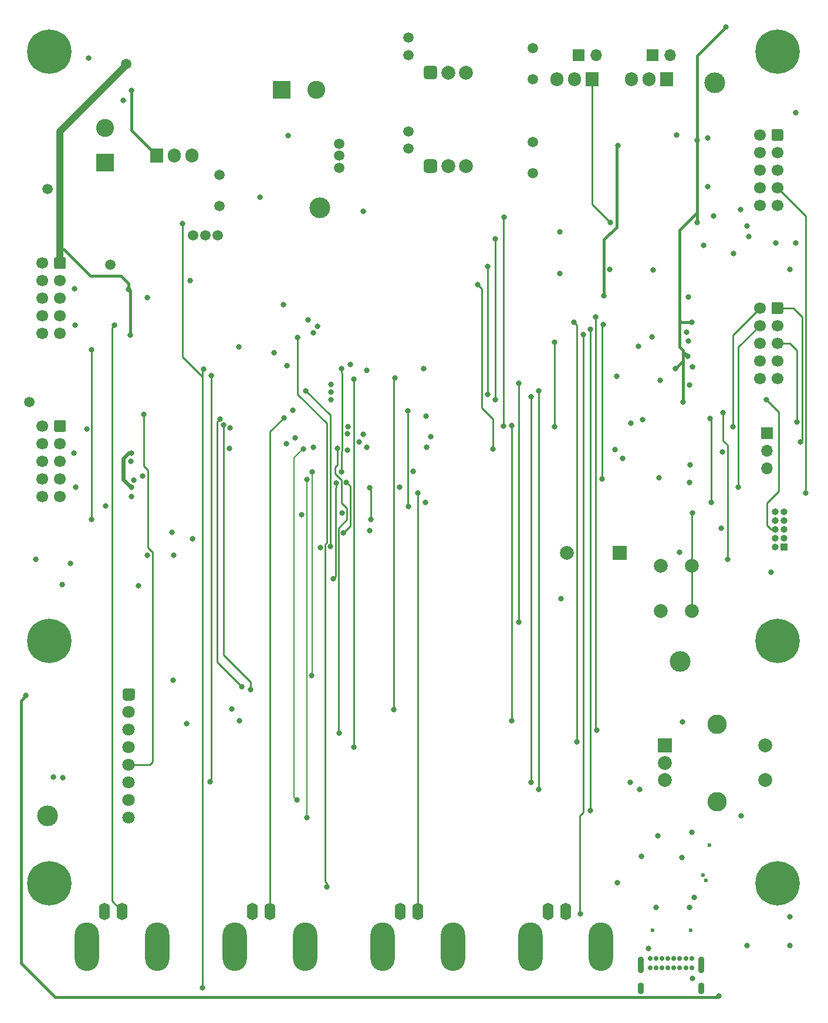
<source format=gbr>
%TF.GenerationSoftware,KiCad,Pcbnew,(5.1.10)-1*%
%TF.CreationDate,2021-12-22T14:35:30+01:00*%
%TF.ProjectId,vca_main_board,7663615f-6d61-4696-9e5f-626f6172642e,rev?*%
%TF.SameCoordinates,Original*%
%TF.FileFunction,Copper,L3,Inr*%
%TF.FilePolarity,Positive*%
%FSLAX46Y46*%
G04 Gerber Fmt 4.6, Leading zero omitted, Abs format (unit mm)*
G04 Created by KiCad (PCBNEW (5.1.10)-1) date 2021-12-22 14:35:30*
%MOMM*%
%LPD*%
G01*
G04 APERTURE LIST*
%TA.AperFunction,ComponentPad*%
%ADD10C,1.700000*%
%TD*%
%TA.AperFunction,ComponentPad*%
%ADD11O,1.600000X2.500000*%
%TD*%
%TA.AperFunction,ComponentPad*%
%ADD12O,3.500000X7.000000*%
%TD*%
%TA.AperFunction,ComponentPad*%
%ADD13O,1.700000X1.700000*%
%TD*%
%TA.AperFunction,ComponentPad*%
%ADD14R,1.700000X1.700000*%
%TD*%
%TA.AperFunction,ComponentPad*%
%ADD15O,0.900000X1.700000*%
%TD*%
%TA.AperFunction,ComponentPad*%
%ADD16O,0.900000X2.400000*%
%TD*%
%TA.AperFunction,ComponentPad*%
%ADD17C,0.700000*%
%TD*%
%TA.AperFunction,ComponentPad*%
%ADD18C,0.800000*%
%TD*%
%TA.AperFunction,ComponentPad*%
%ADD19C,6.400000*%
%TD*%
%TA.AperFunction,ComponentPad*%
%ADD20C,3.000000*%
%TD*%
%TA.AperFunction,ComponentPad*%
%ADD21O,1.905000X2.000000*%
%TD*%
%TA.AperFunction,ComponentPad*%
%ADD22R,1.905000X2.000000*%
%TD*%
%TA.AperFunction,ComponentPad*%
%ADD23C,2.000000*%
%TD*%
%TA.AperFunction,ComponentPad*%
%ADD24R,2.000000X2.000000*%
%TD*%
%TA.AperFunction,ComponentPad*%
%ADD25C,1.800000*%
%TD*%
%TA.AperFunction,ComponentPad*%
%ADD26C,2.800000*%
%TD*%
%TA.AperFunction,ComponentPad*%
%ADD27R,1.000000X1.000000*%
%TD*%
%TA.AperFunction,ComponentPad*%
%ADD28O,1.000000X1.000000*%
%TD*%
%TA.AperFunction,ComponentPad*%
%ADD29C,2.600000*%
%TD*%
%TA.AperFunction,ComponentPad*%
%ADD30R,2.600000X2.600000*%
%TD*%
%TA.AperFunction,ViaPad*%
%ADD31C,0.800000*%
%TD*%
%TA.AperFunction,ViaPad*%
%ADD32C,1.500000*%
%TD*%
%TA.AperFunction,ViaPad*%
%ADD33C,0.600000*%
%TD*%
%TA.AperFunction,Conductor*%
%ADD34C,0.400000*%
%TD*%
%TA.AperFunction,Conductor*%
%ADD35C,1.000000*%
%TD*%
%TA.AperFunction,Conductor*%
%ADD36C,0.600000*%
%TD*%
%TA.AperFunction,Conductor*%
%ADD37C,0.250000*%
%TD*%
%TA.AperFunction,Conductor*%
%ADD38C,0.200000*%
%TD*%
G04 APERTURE END LIST*
D10*
%TO.N,/EXTB_7*%
%TO.C,J12*%
X33960000Y-114160000D03*
%TO.N,/EXTB_5*%
X33960000Y-111620000D03*
%TO.N,/EXTB_3*%
X33960000Y-109080000D03*
%TO.N,/EXTB_1*%
X33960000Y-106540000D03*
%TO.N,GND*%
X33960000Y-104000000D03*
%TO.N,/EXTB_6*%
X36500000Y-114160000D03*
%TO.N,/EXTB_4*%
X36500000Y-111620000D03*
%TO.N,/EXTB_2*%
X36500000Y-109080000D03*
%TO.N,/EXTB_0*%
X36500000Y-106540000D03*
%TO.N,+5V*%
%TA.AperFunction,ComponentPad*%
G36*
G01*
X37350000Y-103400000D02*
X37350000Y-104600000D01*
G75*
G02*
X37100000Y-104850000I-250000J0D01*
G01*
X35900000Y-104850000D01*
G75*
G02*
X35650000Y-104600000I0J250000D01*
G01*
X35650000Y-103400000D01*
G75*
G02*
X35900000Y-103150000I250000J0D01*
G01*
X37100000Y-103150000D01*
G75*
G02*
X37350000Y-103400000I0J-250000D01*
G01*
G37*
%TD.AperFunction*%
%TD*%
D11*
%TO.N,GND*%
%TO.C,J15*%
X42960000Y-174000000D03*
%TO.N,/GPIO_B*%
X45500000Y-174000000D03*
D12*
%TO.N,GND*%
X50580000Y-179080000D03*
X40420000Y-179080000D03*
%TD*%
D11*
%TO.N,GND*%
%TO.C,J14*%
X64293333Y-174000000D03*
%TO.N,/GPIO_A*%
X66833333Y-174000000D03*
D12*
%TO.N,GND*%
X71913333Y-179080000D03*
X61753333Y-179080000D03*
%TD*%
D11*
%TO.N,GND*%
%TO.C,J13*%
X85626666Y-174000000D03*
%TO.N,/Mirror_Enc_B*%
X88166666Y-174000000D03*
D12*
%TO.N,GND*%
X93246666Y-179080000D03*
X83086666Y-179080000D03*
%TD*%
D11*
%TO.N,GND*%
%TO.C,J7*%
X106960000Y-174000000D03*
%TO.N,/Mirror_Enc_A*%
X109500000Y-174000000D03*
D12*
%TO.N,GND*%
X114580000Y-179080000D03*
X104420000Y-179080000D03*
%TD*%
D13*
%TO.N,GND*%
%TO.C,J4*%
X138500000Y-110080000D03*
%TO.N,Net-(J4-Pad2)*%
X138500000Y-107540000D03*
D14*
%TO.N,Net-(J4-Pad1)*%
X138500000Y-105000000D03*
%TD*%
D15*
%TO.N,GND*%
%TO.C,J5*%
X128990000Y-185146000D03*
X120340000Y-185146000D03*
D16*
X128990000Y-181766000D03*
X120340000Y-181766000D03*
D17*
%TO.N,/MCU/peripherals/DP*%
X125090000Y-182136000D03*
%TO.N,GND*%
X127640000Y-182136000D03*
%TO.N,VBUS*%
X126790000Y-182136000D03*
%TO.N,Net-(J5-PadB5)*%
X125940000Y-182136000D03*
%TO.N,GND*%
X121690000Y-182136000D03*
%TO.N,N/C*%
X123390000Y-182136000D03*
%TO.N,/MCU/peripherals/DM*%
X124240000Y-182136000D03*
%TO.N,VBUS*%
X122540000Y-182136000D03*
%TO.N,GND*%
X127640000Y-180786000D03*
%TO.N,VBUS*%
X126790000Y-180786000D03*
%TO.N,N/C*%
X125940000Y-180786000D03*
%TO.N,/MCU/peripherals/DM*%
X125090000Y-180786000D03*
%TO.N,/MCU/peripherals/DP*%
X124240000Y-180786000D03*
%TO.N,Net-(J5-PadA5)*%
X123390000Y-180786000D03*
%TO.N,VBUS*%
X122540000Y-180786000D03*
%TO.N,GND*%
X121690000Y-180786000D03*
%TD*%
D18*
%TO.N,N/C*%
%TO.C,H6*%
X36697056Y-48302944D03*
X35000000Y-47600000D03*
X33302944Y-48302944D03*
X32600000Y-50000000D03*
X33302944Y-51697056D03*
X35000000Y-52400000D03*
X36697056Y-51697056D03*
X37400000Y-50000000D03*
D19*
X35000000Y-50000000D03*
%TD*%
D18*
%TO.N,N/C*%
%TO.C,H5*%
X141697056Y-48302944D03*
X140000000Y-47600000D03*
X138302944Y-48302944D03*
X137600000Y-50000000D03*
X138302944Y-51697056D03*
X140000000Y-52400000D03*
X141697056Y-51697056D03*
X142400000Y-50000000D03*
D19*
X140000000Y-50000000D03*
%TD*%
D20*
%TO.N,GND*%
%TO.C,TP4*%
X126000000Y-138000000D03*
%TD*%
%TO.N,GND*%
%TO.C,TP3*%
X34750000Y-160250000D03*
%TD*%
%TO.N,GND*%
%TO.C,TP2*%
X74000000Y-72500000D03*
%TD*%
%TO.N,GND*%
%TO.C,TP1*%
X131000000Y-54500000D03*
%TD*%
D21*
%TO.N,GND*%
%TO.C,Q6*%
X118920000Y-54000000D03*
%TO.N,Net-(J11-Pad1)*%
X121460000Y-54000000D03*
D22*
%TO.N,Net-(Q6-Pad1)*%
X124000000Y-54000000D03*
%TD*%
D21*
%TO.N,GND*%
%TO.C,Q4*%
X108220000Y-54000000D03*
%TO.N,Net-(J9-Pad1)*%
X110760000Y-54000000D03*
D22*
%TO.N,Net-(Q4-Pad1)*%
X113300000Y-54000000D03*
%TD*%
D13*
%TO.N,+12V*%
%TO.C,J11*%
X124540000Y-50500000D03*
D14*
%TO.N,Net-(J11-Pad1)*%
X122000000Y-50500000D03*
%TD*%
D10*
%TO.N,/EXTA_7*%
%TO.C,J10*%
X33960000Y-90660000D03*
%TO.N,/EXTA_5*%
X33960000Y-88120000D03*
%TO.N,/EXTA_3*%
X33960000Y-85580000D03*
%TO.N,/EXTA_1*%
X33960000Y-83040000D03*
%TO.N,GND*%
X33960000Y-80500000D03*
%TO.N,/EXTA_6*%
X36500000Y-90660000D03*
%TO.N,/EXTA_4*%
X36500000Y-88120000D03*
%TO.N,/EXTA_2*%
X36500000Y-85580000D03*
%TO.N,/EXTA_0*%
X36500000Y-83040000D03*
%TO.N,+5V*%
%TA.AperFunction,ComponentPad*%
G36*
G01*
X37350000Y-79900000D02*
X37350000Y-81100000D01*
G75*
G02*
X37100000Y-81350000I-250000J0D01*
G01*
X35900000Y-81350000D01*
G75*
G02*
X35650000Y-81100000I0J250000D01*
G01*
X35650000Y-79900000D01*
G75*
G02*
X35900000Y-79650000I250000J0D01*
G01*
X37100000Y-79650000D01*
G75*
G02*
X37350000Y-79900000I0J-250000D01*
G01*
G37*
%TD.AperFunction*%
%TD*%
D13*
%TO.N,+12V*%
%TO.C,J9*%
X113840000Y-50500000D03*
D14*
%TO.N,Net-(J9-Pad1)*%
X111300000Y-50500000D03*
%TD*%
D23*
%TO.N,Net-(BZ1-Pad2)*%
%TO.C,BZ1*%
X109650000Y-122290000D03*
D24*
%TO.N,+3V3*%
X117250000Y-122290000D03*
%TD*%
D25*
%TO.N,/MCU/LCD_BL*%
%TO.C,U10*%
X46436000Y-160496000D03*
%TO.N,/MCU/LCD_RST*%
X46436000Y-157956000D03*
%TO.N,/MCU/LCD_DC*%
X46436000Y-155416000D03*
%TO.N,/MCU/LCD_CS*%
X46436000Y-152876000D03*
%TO.N,/MCU/LCD_CLK*%
X46436000Y-150336000D03*
%TO.N,/MCU/LCD_DIN*%
X46436000Y-147796000D03*
%TO.N,GND*%
X46436000Y-145256000D03*
%TO.N,+3V3*%
%TA.AperFunction,ComponentPad*%
G36*
G01*
X45536000Y-143166000D02*
X45536000Y-142266000D01*
G75*
G02*
X45986000Y-141816000I450000J0D01*
G01*
X46886000Y-141816000D01*
G75*
G02*
X47336000Y-142266000I0J-450000D01*
G01*
X47336000Y-143166000D01*
G75*
G02*
X46886000Y-143616000I-450000J0D01*
G01*
X45986000Y-143616000D01*
G75*
G02*
X45536000Y-143166000I0J450000D01*
G01*
G37*
%TD.AperFunction*%
%TD*%
D24*
%TO.N,/MCU/Knob_A*%
%TO.C,SW2*%
X123786000Y-150098000D03*
D23*
%TO.N,GND*%
X123786000Y-152598000D03*
%TO.N,/MCU/Knob_B*%
X123786000Y-155098000D03*
D26*
%TO.N,N/C*%
X131286000Y-146998000D03*
X131286000Y-158198000D03*
D23*
%TO.N,/MCU/Knob_S*%
X138286000Y-150098000D03*
%TO.N,GND*%
X138286000Y-155098000D03*
%TD*%
%TO.N,Net-(R41-Pad1)*%
%TO.C,SW1*%
X123214000Y-124196000D03*
%TO.N,/MCU/NRST*%
X127714000Y-124196000D03*
%TO.N,Net-(R41-Pad1)*%
X123214000Y-130696000D03*
%TO.N,/MCU/NRST*%
X127714000Y-130696000D03*
%TD*%
D21*
%TO.N,GND*%
%TO.C,Q1*%
X55580000Y-65000000D03*
%TO.N,Net-(J2-Pad2)*%
X53040000Y-65000000D03*
D22*
%TO.N,Net-(D2-Pad2)*%
X50500000Y-65000000D03*
%TD*%
D10*
%TO.N,/Device connenction/THERMISTOR_2*%
%TO.C,J8*%
X137460000Y-72160000D03*
%TO.N,/Device connenction/THERMISTOR_1*%
X137460000Y-69620000D03*
%TO.N,/Coil_Fans*%
X137460000Y-67080000D03*
%TO.N,+12V*%
X137460000Y-64540000D03*
%TO.N,+5V*%
X137460000Y-62000000D03*
%TO.N,/Mirror_Enc_Z*%
X140000000Y-72160000D03*
%TO.N,/Mirror_Enc_B*%
X140000000Y-69620000D03*
%TO.N,/Mirror_Enc_A*%
X140000000Y-67080000D03*
%TO.N,GND*%
X140000000Y-64540000D03*
%TO.N,+3V3*%
%TA.AperFunction,ComponentPad*%
G36*
G01*
X140850000Y-61400000D02*
X140850000Y-62600000D01*
G75*
G02*
X140600000Y-62850000I-250000J0D01*
G01*
X139400000Y-62850000D01*
G75*
G02*
X139150000Y-62600000I0J250000D01*
G01*
X139150000Y-61400000D01*
G75*
G02*
X139400000Y-61150000I250000J0D01*
G01*
X140600000Y-61150000D01*
G75*
G02*
X140850000Y-61400000I0J-250000D01*
G01*
G37*
%TD.AperFunction*%
%TD*%
%TO.N,/H_Voltage*%
%TO.C,J6*%
X137460000Y-97160000D03*
%TO.N,/H_Current*%
X137460000Y-94620000D03*
%TO.N,/H_Sum*%
X137460000Y-92080000D03*
%TO.N,/H_Ref_High*%
X137460000Y-89540000D03*
%TO.N,/H_Load_Volt*%
X137460000Y-87000000D03*
%TO.N,/H_Thermistor*%
X140000000Y-97160000D03*
%TO.N,/H bridge connection/REF_IN*%
X140000000Y-94620000D03*
%TO.N,/H_Offset*%
X140000000Y-92080000D03*
%TO.N,GND*%
X140000000Y-89540000D03*
%TO.N,/H_Excitation*%
%TA.AperFunction,ComponentPad*%
G36*
G01*
X140850000Y-86400000D02*
X140850000Y-87600000D01*
G75*
G02*
X140600000Y-87850000I-250000J0D01*
G01*
X139400000Y-87850000D01*
G75*
G02*
X139150000Y-87600000I0J250000D01*
G01*
X139150000Y-86400000D01*
G75*
G02*
X139400000Y-86150000I250000J0D01*
G01*
X140600000Y-86150000D01*
G75*
G02*
X140850000Y-86400000I0J-250000D01*
G01*
G37*
%TD.AperFunction*%
%TD*%
D27*
%TO.N,+3V3*%
%TO.C,J3*%
X141002000Y-121476000D03*
D28*
%TO.N,/MCU/SWDIO*%
X139732000Y-121476000D03*
%TO.N,GND*%
X141002000Y-120206000D03*
%TO.N,/MCU/SWDCLK*%
X139732000Y-120206000D03*
%TO.N,GND*%
X141002000Y-118936000D03*
%TO.N,/MCU/SWO*%
X139732000Y-118936000D03*
%TO.N,N/C*%
X141002000Y-117666000D03*
X139732000Y-117666000D03*
%TO.N,GND*%
X141002000Y-116396000D03*
%TO.N,/MCU/NRST*%
X139732000Y-116396000D03*
%TD*%
D29*
%TO.N,GND*%
%TO.C,J1*%
X73500000Y-55500000D03*
D30*
%TO.N,Net-(F1-Pad2)*%
X68500000Y-55500000D03*
%TD*%
D18*
%TO.N,N/C*%
%TO.C,H4*%
X36697056Y-133302944D03*
X35000000Y-132600000D03*
X33302944Y-133302944D03*
X32600000Y-135000000D03*
X33302944Y-136697056D03*
X35000000Y-137400000D03*
X36697056Y-136697056D03*
X37400000Y-135000000D03*
D19*
X35000000Y-135000000D03*
%TD*%
D18*
%TO.N,N/C*%
%TO.C,H3*%
X141697056Y-133302944D03*
X140000000Y-132600000D03*
X138302944Y-133302944D03*
X137600000Y-135000000D03*
X138302944Y-136697056D03*
X140000000Y-137400000D03*
X141697056Y-136697056D03*
X142400000Y-135000000D03*
D19*
X140000000Y-135000000D03*
%TD*%
D18*
%TO.N,N/C*%
%TO.C,H2*%
X36697056Y-168302944D03*
X35000000Y-167600000D03*
X33302944Y-168302944D03*
X32600000Y-170000000D03*
X33302944Y-171697056D03*
X35000000Y-172400000D03*
X36697056Y-171697056D03*
X37400000Y-170000000D03*
D19*
X35000000Y-170000000D03*
%TD*%
D18*
%TO.N,N/C*%
%TO.C,H1*%
X141697056Y-168302944D03*
X140000000Y-167600000D03*
X138302944Y-168302944D03*
X137600000Y-170000000D03*
X138302944Y-171697056D03*
X140000000Y-172400000D03*
X141697056Y-171697056D03*
X142400000Y-170000000D03*
D19*
X140000000Y-170000000D03*
%TD*%
D23*
%TO.N,GND*%
%TO.C,U2*%
X92500000Y-53000000D03*
%TO.N,Net-(C12-Pad1)*%
%TA.AperFunction,ComponentPad*%
G36*
G01*
X88960000Y-53500000D02*
X88960000Y-52500000D01*
G75*
G02*
X89460000Y-52000000I500000J0D01*
G01*
X90460000Y-52000000D01*
G75*
G02*
X90960000Y-52500000I0J-500000D01*
G01*
X90960000Y-53500000D01*
G75*
G02*
X90460000Y-54000000I-500000J0D01*
G01*
X89460000Y-54000000D01*
G75*
G02*
X88960000Y-53500000I0J500000D01*
G01*
G37*
%TD.AperFunction*%
%TO.N,+5V*%
X95040000Y-53000000D03*
%TD*%
%TO.N,GND*%
%TO.C,U1*%
X92500000Y-66500000D03*
%TO.N,Net-(C11-Pad1)*%
%TA.AperFunction,ComponentPad*%
G36*
G01*
X88960000Y-67000000D02*
X88960000Y-66000000D01*
G75*
G02*
X89460000Y-65500000I500000J0D01*
G01*
X90460000Y-65500000D01*
G75*
G02*
X90960000Y-66000000I0J-500000D01*
G01*
X90960000Y-67000000D01*
G75*
G02*
X90460000Y-67500000I-500000J0D01*
G01*
X89460000Y-67500000D01*
G75*
G02*
X88960000Y-67000000I0J500000D01*
G01*
G37*
%TD.AperFunction*%
%TO.N,+3V3*%
X95040000Y-66500000D03*
%TD*%
D29*
%TO.N,Net-(J2-Pad2)*%
%TO.C,J2*%
X43000000Y-61000000D03*
D30*
%TO.N,Net-(F2-Pad2)*%
X43000000Y-66000000D03*
%TD*%
D31*
%TO.N,*%
X126200000Y-166200000D03*
D32*
%TO.N,GND*%
X57500000Y-76500000D03*
X55750000Y-76500000D03*
X59250000Y-76500000D03*
X59500000Y-67750000D03*
X59500000Y-72250000D03*
X76750000Y-65000000D03*
X76750000Y-63250000D03*
X76750000Y-66750000D03*
X86750000Y-61500000D03*
X86750000Y-64000000D03*
X86750000Y-50500000D03*
X86750000Y-48000000D03*
X104750000Y-49500000D03*
X104750000Y-54000000D03*
X104750000Y-63000000D03*
X104750000Y-67500000D03*
D33*
X127500000Y-176750000D03*
X122000000Y-176750000D03*
X129750000Y-169500000D03*
X129250000Y-168750000D03*
X130250000Y-164500000D03*
D31*
X68750000Y-86500000D03*
X61000000Y-107250000D03*
X89000000Y-95750000D03*
X69250000Y-95250000D03*
X36900000Y-154700000D03*
X35600000Y-154600000D03*
X54800000Y-146900000D03*
X62400000Y-146500000D03*
X127200000Y-85400000D03*
X127200000Y-91700000D03*
X127300000Y-98100000D03*
X122900000Y-111500000D03*
X116600000Y-107400000D03*
X131900000Y-118700000D03*
X139100000Y-125100000D03*
X89422795Y-107025010D03*
X129400000Y-77900000D03*
X133700000Y-79100000D03*
X142700000Y-58800000D03*
X139800000Y-77600000D03*
X142700000Y-77600000D03*
X33000000Y-123200000D03*
X38000000Y-123800000D03*
X36800000Y-126900000D03*
X49100000Y-122600000D03*
X47800000Y-127000000D03*
X55600000Y-120300000D03*
X73090787Y-107089457D03*
X69160066Y-106546990D03*
X116800000Y-96800000D03*
X123100000Y-97400000D03*
X122100000Y-81500000D03*
X108600000Y-82000000D03*
X108600000Y-76000000D03*
X120400000Y-166100000D03*
X38600000Y-84200000D03*
X38500000Y-107900000D03*
X38800000Y-112800000D03*
X40600000Y-50900000D03*
X45600000Y-57000000D03*
D32*
X43752029Y-80724990D03*
D31*
X71399990Y-116774990D03*
X38700000Y-89425010D03*
X108800000Y-128900000D03*
X80750000Y-95997010D03*
X80748190Y-107025010D03*
X127700000Y-162600000D03*
X135600000Y-178900000D03*
X141800000Y-178900000D03*
X132074990Y-107702532D03*
X121920657Y-91174990D03*
X130000000Y-62400000D03*
X130000000Y-69500000D03*
X61071586Y-104290267D03*
X77950011Y-107444410D03*
X77174990Y-116517586D03*
X74074967Y-121509889D03*
X115800010Y-81407170D03*
X52800000Y-140700000D03*
X125900000Y-122200000D03*
X62300000Y-92600000D03*
X87500000Y-110500000D03*
X81200000Y-119100000D03*
D32*
%TO.N,+3V3*%
X34700000Y-69800000D03*
D31*
X70400000Y-105700000D03*
D32*
X32100000Y-100500000D03*
D31*
X127400000Y-109600000D03*
X127300000Y-112100000D03*
X65400000Y-71000000D03*
X78400000Y-95100000D03*
X67400000Y-93400000D03*
X131600000Y-186200000D03*
X31600000Y-142900000D03*
X141800000Y-81400000D03*
X115000000Y-85200000D03*
X117000000Y-63500000D03*
%TO.N,+5V*%
X46400000Y-84300000D03*
X46800000Y-107900000D03*
X46800000Y-112800000D03*
X46620657Y-90925010D03*
D32*
X46100000Y-51800000D03*
D31*
X52900000Y-122600000D03*
X52700000Y-119300000D03*
X128400000Y-74600000D03*
X128400000Y-62800000D03*
X132600000Y-46400000D03*
X126400000Y-100500000D03*
X127700000Y-89000000D03*
X127100000Y-93900000D03*
X125300000Y-95700000D03*
%TO.N,/MCU/NRST*%
X127800000Y-116500000D03*
X76374990Y-112250169D03*
X75974990Y-126000000D03*
%TO.N,VBUS*%
X127300000Y-173400000D03*
X122500000Y-173400000D03*
%TO.N,Net-(C42-Pad1)*%
X122800000Y-163100000D03*
X128000000Y-172000000D03*
%TO.N,Net-(D2-Pad2)*%
X46800000Y-55600000D03*
%TO.N,/H bridge connection/REF_IN*%
X120000000Y-92500000D03*
%TO.N,/MCU/SWDIO*%
X75600000Y-100200000D03*
X132200000Y-102100000D03*
X132800000Y-123200000D03*
%TO.N,/MCU/SWDCLK*%
X72000000Y-98900000D03*
X75524979Y-121400000D03*
%TO.N,/MCU/SWO*%
X70100000Y-101700000D03*
X138400000Y-100200000D03*
%TO.N,Net-(J5-PadB5)*%
X127800000Y-183700000D03*
%TO.N,Net-(J5-PadA5)*%
X121400000Y-179400000D03*
%TO.N,/Device connenction/THERMISTOR_2*%
X135900000Y-76700000D03*
%TO.N,/Device connenction/THERMISTOR_1*%
X135600000Y-75100000D03*
%TO.N,/MCU/CAN_FAULT*%
X78000000Y-105100000D03*
X117700000Y-108700000D03*
%TO.N,/VREF*%
X114700000Y-111600000D03*
X114900000Y-89400000D03*
X77825010Y-112099400D03*
X77425000Y-119400000D03*
%TO.N,/MCU/CAN_S*%
X118900000Y-103600000D03*
X78093164Y-104104337D03*
%TO.N,/MCU/USB_DET*%
X70800000Y-91200000D03*
X75000000Y-170500000D03*
X116900000Y-169900000D03*
%TO.N,/H_Ref_High*%
X134400000Y-112800000D03*
X85525010Y-112800000D03*
%TO.N,/H_Load_Volt*%
X80300000Y-105200000D03*
X133600000Y-104100000D03*
%TO.N,/H_Excitation*%
X79700000Y-106300000D03*
X143374990Y-106300000D03*
%TO.N,/H_Sum*%
X107900000Y-104100000D03*
X107900000Y-91900000D03*
X126900000Y-90500000D03*
%TO.N,/H_Thermistor*%
X120600000Y-103100000D03*
X89300000Y-102546990D03*
%TO.N,/H_Offset*%
X142800000Y-103400000D03*
X90002532Y-105525010D03*
%TO.N,/H_Voltage*%
X89200000Y-115000000D03*
X130500000Y-115000000D03*
X130300000Y-102900000D03*
%TO.N,/H_Current*%
X77154000Y-110646000D03*
X77154000Y-95754000D03*
X127800000Y-95500000D03*
%TO.N,/Coil_Fans*%
X69400000Y-62100000D03*
X125500000Y-62000000D03*
%TO.N,/Mirror_Enc_Z*%
X80300000Y-73000000D03*
X134700000Y-72800000D03*
%TO.N,/Mirror_Enc_B*%
X88100000Y-113700000D03*
X144100000Y-113700000D03*
%TO.N,/Mirror_Enc_A*%
X57100000Y-185000000D03*
X57200000Y-95800000D03*
X54200000Y-74800000D03*
%TO.N,/EXTA_7*%
X41100000Y-93000000D03*
X41100000Y-117500000D03*
X81400000Y-117500000D03*
X81155740Y-112932090D03*
%TO.N,/EXTA_5*%
X72325010Y-88697837D03*
%TO.N,/EXTA_6*%
X73050020Y-90543401D03*
%TO.N,/EXTA_2*%
X49100000Y-85500000D03*
%TO.N,/EXTA_0*%
X55300000Y-83000000D03*
%TO.N,/EXTB_7*%
X43100000Y-115500000D03*
X86700000Y-101800000D03*
X86749317Y-115625010D03*
%TO.N,/EXTB_5*%
X47149845Y-111775165D03*
%TO.N,/EXTB_6*%
X46800000Y-114200000D03*
%TO.N,/EXTB_4*%
X48400000Y-111174990D03*
%TO.N,/EXTB_2*%
X46700000Y-109100000D03*
%TO.N,/EXTB_0*%
X40374990Y-104400000D03*
%TO.N,Net-(Q4-Pad1)*%
X115900000Y-74625010D03*
%TO.N,/MCU/LED_1*%
X112000000Y-90800000D03*
X111600000Y-174400000D03*
X141800000Y-174800000D03*
%TO.N,/MCU/LED_2*%
X113000000Y-90000000D03*
X113000000Y-159500000D03*
X134800000Y-160200000D03*
%TO.N,/MCU/TH_ALERT*%
X84700000Y-144900000D03*
X61300000Y-144800000D03*
X84800000Y-97046990D03*
%TO.N,/MCU/Knob_B*%
X113800000Y-88300000D03*
X114000000Y-147900000D03*
%TO.N,/MCU/Knob_A*%
X111100000Y-149600000D03*
X110700000Y-89025010D03*
%TO.N,/MCU/Knob_S*%
X101700000Y-146500000D03*
X126300000Y-146700000D03*
X101700000Y-103925010D03*
%TO.N,/MCU/SDA*%
X60100000Y-103800000D03*
X64000000Y-142000000D03*
%TO.N,/MCU/SCL*%
X62700000Y-141600000D03*
X59569995Y-102951992D03*
%TO.N,/FAN_1*%
X99300000Y-100200000D03*
X99300000Y-77000000D03*
%TO.N,/FAN_2*%
X98200000Y-99400000D03*
X98200000Y-81000000D03*
%TO.N,/MCU/BUZZ*%
X102700000Y-97800000D03*
X102700000Y-132300000D03*
%TO.N,/MCU/LCD_CS*%
X48600000Y-102300000D03*
%TO.N,/MCU/LCD_DC*%
X58300000Y-96700000D03*
X58200000Y-155300000D03*
%TO.N,/MCU/USB_RX*%
X75600000Y-99100000D03*
X104500000Y-99800000D03*
X104500000Y-155400000D03*
X118800000Y-155400000D03*
%TO.N,/MCU/USB_TX*%
X75600000Y-98000000D03*
X105600000Y-98900000D03*
X105600000Y-156400000D03*
X120100000Y-156400000D03*
%TO.N,/MCU/LCD_CLK*%
X78900000Y-150300000D03*
X78902532Y-97274990D03*
%TO.N,/Coil_Thermistor_2*%
X100500000Y-104000000D03*
X100600000Y-73900000D03*
X130800000Y-73725010D03*
%TO.N,/Coil_Thermistor_1*%
X99000000Y-107300000D03*
X96800000Y-83600000D03*
%TO.N,/MCU/LCD_DIN*%
X76500000Y-107200000D03*
X76800000Y-148300000D03*
%TO.N,/MCU/EEP_~WC*%
X72900000Y-110600000D03*
X72800000Y-140000000D03*
%TO.N,/MCU/LCD_BL*%
X72100000Y-111700000D03*
X72100000Y-160500000D03*
%TO.N,/MCU/LCD_RST*%
X70700000Y-157900000D03*
X71611613Y-107286293D03*
%TO.N,/GPIO_A*%
X68800000Y-102800000D03*
%TO.N,/GPIO_B*%
X73700000Y-89600000D03*
X44399502Y-89475279D03*
%TD*%
D34*
%TO.N,+3V3*%
X131403990Y-186396010D02*
X125696010Y-186396010D01*
X131600000Y-186200000D02*
X131403990Y-186396010D01*
X125696010Y-186396010D02*
X35796010Y-186396010D01*
X35796010Y-186396010D02*
X30900000Y-181500000D01*
X30900000Y-143600000D02*
X31600000Y-142900000D01*
X30900000Y-181500000D02*
X30900000Y-143600000D01*
X115000000Y-85200000D02*
X115000000Y-77100000D01*
X115000000Y-77100000D02*
X116800000Y-75300000D01*
X116800000Y-63700000D02*
X117000000Y-63500000D01*
X116800000Y-75300000D02*
X116800000Y-63700000D01*
%TO.N,+5V*%
X46620657Y-84520657D02*
X46400000Y-84300000D01*
X46620657Y-90925010D02*
X46620657Y-84520657D01*
D35*
X36500000Y-61500000D02*
X46100000Y-51900000D01*
X46100000Y-51900000D02*
X46100000Y-51800000D01*
D36*
X46800000Y-107900000D02*
X46400000Y-107900000D01*
X46400000Y-107900000D02*
X45600000Y-108700000D01*
X45600000Y-108700000D02*
X45600000Y-111700000D01*
X46700000Y-112800000D02*
X46800000Y-112800000D01*
X45600000Y-111700000D02*
X46700000Y-112800000D01*
D34*
X128400000Y-62800000D02*
X128400000Y-50600000D01*
X128400000Y-50600000D02*
X132600000Y-46400000D01*
X46400000Y-84300000D02*
X46400000Y-83400000D01*
X46400000Y-83400000D02*
X45300000Y-82300000D01*
X45300000Y-82300000D02*
X40900000Y-82300000D01*
X37100000Y-78500000D02*
X36500000Y-78500000D01*
X40900000Y-82300000D02*
X37100000Y-78500000D01*
D35*
X36500000Y-78500000D02*
X36500000Y-61500000D01*
X36500000Y-80500000D02*
X36500000Y-78500000D01*
D34*
X126400000Y-93100000D02*
X125900000Y-92600000D01*
X125900000Y-75700000D02*
X128400000Y-73200000D01*
X128400000Y-73200000D02*
X128400000Y-62800000D01*
X128400000Y-74600000D02*
X128400000Y-73200000D01*
X126100000Y-89000000D02*
X125900000Y-88800000D01*
X127700000Y-89000000D02*
X126100000Y-89000000D01*
X125900000Y-88800000D02*
X125900000Y-75700000D01*
X125900000Y-92600000D02*
X125900000Y-88800000D01*
X126700000Y-93500000D02*
X126400000Y-93500000D01*
X127100000Y-93900000D02*
X126700000Y-93500000D01*
X126400000Y-93500000D02*
X126400000Y-93100000D01*
X126300000Y-94700000D02*
X126400000Y-94700000D01*
X125300000Y-95700000D02*
X126300000Y-94700000D01*
X126400000Y-94700000D02*
X126400000Y-93500000D01*
X126400000Y-100500000D02*
X126400000Y-94700000D01*
D37*
%TO.N,/MCU/NRST*%
X127714000Y-130696000D02*
X127714000Y-124196000D01*
X127714000Y-116586000D02*
X127800000Y-116500000D01*
X127714000Y-124196000D02*
X127714000Y-116586000D01*
X76374990Y-112815854D02*
X76249989Y-112940855D01*
X76249989Y-112940855D02*
X76249989Y-125725001D01*
X76249989Y-125725001D02*
X75974990Y-126000000D01*
X76374990Y-112250169D02*
X76374990Y-112815854D01*
D34*
%TO.N,Net-(D2-Pad2)*%
X46800000Y-61300000D02*
X50500000Y-65000000D01*
X46800000Y-55600000D02*
X46800000Y-61300000D01*
D37*
%TO.N,/MCU/SWDIO*%
X132200000Y-102100000D02*
X132200000Y-106100000D01*
X132200000Y-106100000D02*
X132800000Y-106700000D01*
X132800000Y-106700000D02*
X132800000Y-123200000D01*
%TO.N,/MCU/SWDCLK*%
X75524979Y-102424979D02*
X75524979Y-121400000D01*
X72000000Y-98900000D02*
X75524979Y-102424979D01*
%TO.N,/MCU/SWO*%
X138400000Y-100200000D02*
X140200000Y-102000000D01*
X140200000Y-102000000D02*
X140200000Y-113400000D01*
X140200000Y-113400000D02*
X138500000Y-115100000D01*
X138500000Y-115100000D02*
X138500000Y-118300000D01*
X139136000Y-118936000D02*
X139732000Y-118936000D01*
X138500000Y-118300000D02*
X139136000Y-118936000D01*
%TO.N,/VREF*%
X114700000Y-89600000D02*
X114900000Y-89400000D01*
X114700000Y-111600000D02*
X114700000Y-89600000D01*
X77425000Y-119400000D02*
X78400000Y-118425000D01*
X78400000Y-112674390D02*
X77825010Y-112099400D01*
X78400000Y-118425000D02*
X78400000Y-112674390D01*
%TO.N,/MCU/USB_DET*%
X75000000Y-169934315D02*
X75000000Y-170500000D01*
X74799977Y-169734292D02*
X75000000Y-169934315D01*
X74799977Y-121051998D02*
X74799977Y-169734292D01*
X75000000Y-120851975D02*
X74799977Y-121051998D01*
X75000000Y-103600000D02*
X75000000Y-120851975D01*
X70800000Y-99400000D02*
X75000000Y-103600000D01*
X70800000Y-91200000D02*
X70800000Y-99400000D01*
%TO.N,/H_Ref_High*%
X134400000Y-92600000D02*
X137460000Y-89540000D01*
X134400000Y-112800000D02*
X134400000Y-92600000D01*
%TO.N,/H_Load_Volt*%
X133600000Y-90860000D02*
X137460000Y-87000000D01*
X133600000Y-104100000D02*
X133600000Y-90860000D01*
%TO.N,/H_Excitation*%
X143600000Y-106074990D02*
X143374990Y-106300000D01*
X142300000Y-87000000D02*
X143600000Y-88300000D01*
X140000000Y-87000000D02*
X142300000Y-87000000D01*
X143600000Y-88300000D02*
X143600000Y-106074990D01*
%TO.N,/H_Sum*%
X107900000Y-104100000D02*
X107900000Y-91900000D01*
%TO.N,/H_Offset*%
X142800000Y-103400000D02*
X142800000Y-93100000D01*
X141780000Y-92080000D02*
X140000000Y-92080000D01*
X142800000Y-93100000D02*
X141780000Y-92080000D01*
%TO.N,/H_Voltage*%
X130500000Y-103100000D02*
X130300000Y-102900000D01*
X130500000Y-115000000D02*
X130500000Y-103100000D01*
%TO.N,/H_Current*%
X77154000Y-96319685D02*
X77154000Y-95754000D01*
X77225001Y-96390686D02*
X77154000Y-96319685D01*
X77225001Y-107548001D02*
X77225001Y-96390686D01*
X77154000Y-107619002D02*
X77225001Y-107548001D01*
X77154000Y-110646000D02*
X77154000Y-107619002D01*
%TO.N,/Mirror_Enc_B*%
X88166666Y-113766666D02*
X88100000Y-113700000D01*
X88166666Y-174000000D02*
X88166666Y-113766666D01*
X144100000Y-73720000D02*
X140000000Y-69620000D01*
X144100000Y-113700000D02*
X144100000Y-73720000D01*
%TO.N,/Mirror_Enc_A*%
X57100000Y-95900000D02*
X57200000Y-95800000D01*
X54200000Y-94000000D02*
X57100000Y-96900000D01*
X54200000Y-74800000D02*
X54200000Y-94000000D01*
X57100000Y-96900000D02*
X57100000Y-95900000D01*
X57100000Y-185000000D02*
X57100000Y-96900000D01*
%TO.N,/EXTA_7*%
X41100000Y-93000000D02*
X41100000Y-117500000D01*
X81400000Y-117500000D02*
X81400000Y-113176350D01*
X81400000Y-113176350D02*
X81155740Y-112932090D01*
%TO.N,/EXTB_7*%
X86700000Y-101800000D02*
X86700000Y-115500000D01*
X86749317Y-115549317D02*
X86749317Y-115625010D01*
X86700000Y-115500000D02*
X86749317Y-115549317D01*
%TO.N,Net-(Q4-Pad1)*%
X113300000Y-54000000D02*
X113300000Y-72025010D01*
X113300000Y-72025010D02*
X115900000Y-74625010D01*
%TO.N,/MCU/LED_1*%
X112000000Y-90800000D02*
X112000000Y-159700000D01*
X112000000Y-159700000D02*
X111500000Y-160200000D01*
X111500000Y-174300000D02*
X111600000Y-174400000D01*
X111500000Y-160200000D02*
X111500000Y-174300000D01*
%TO.N,/MCU/LED_2*%
X113000000Y-90000000D02*
X113000000Y-159500000D01*
%TO.N,/MCU/TH_ALERT*%
X84700000Y-97146990D02*
X84800000Y-97046990D01*
X84700000Y-144900000D02*
X84700000Y-97146990D01*
%TO.N,/MCU/Knob_B*%
X113800000Y-147700000D02*
X114000000Y-147900000D01*
X113800000Y-88300000D02*
X113800000Y-147700000D01*
%TO.N,/MCU/Knob_A*%
X111100000Y-149600000D02*
X111099999Y-89425009D01*
X111099999Y-89425009D02*
X110700000Y-89025010D01*
%TO.N,/MCU/Knob_S*%
X101700000Y-146500000D02*
X101700000Y-103925010D01*
%TO.N,/MCU/SDA*%
X60100000Y-103800000D02*
X60100000Y-137000000D01*
X64000000Y-140900000D02*
X64000000Y-142000000D01*
X60100000Y-137000000D02*
X64000000Y-140900000D01*
%TO.N,/MCU/SCL*%
X59169996Y-103351991D02*
X59569995Y-102951992D01*
X59169996Y-138069996D02*
X59169996Y-103351991D01*
X62700000Y-141600000D02*
X59169996Y-138069996D01*
%TO.N,/FAN_1*%
X99300000Y-100200000D02*
X99300000Y-77000000D01*
%TO.N,/FAN_2*%
X98200000Y-99400000D02*
X98200000Y-81000000D01*
%TO.N,/MCU/BUZZ*%
X102700000Y-97800000D02*
X102700000Y-132300000D01*
%TO.N,/MCU/LCD_CS*%
X49900000Y-152400000D02*
X49424000Y-152876000D01*
X49900000Y-122200000D02*
X49900000Y-152400000D01*
X49424000Y-152876000D02*
X46436000Y-152876000D01*
X49200000Y-110400000D02*
X49200000Y-121500000D01*
X48600000Y-109800000D02*
X49200000Y-110400000D01*
X49200000Y-121500000D02*
X49900000Y-122200000D01*
X48600000Y-102300000D02*
X48600000Y-109800000D01*
%TO.N,/MCU/LCD_DC*%
X58300000Y-155200000D02*
X58200000Y-155300000D01*
X58300000Y-96700000D02*
X58300000Y-155200000D01*
%TO.N,/MCU/USB_RX*%
X104500000Y-99800000D02*
X104500000Y-155400000D01*
%TO.N,/MCU/USB_TX*%
X105600000Y-98900000D02*
X105600000Y-156400000D01*
%TO.N,/MCU/LCD_CLK*%
X78900000Y-150300000D02*
X78900000Y-97277522D01*
X78900000Y-97277522D02*
X78902532Y-97274990D01*
%TO.N,/Coil_Thermistor_2*%
X100500000Y-74000000D02*
X100600000Y-73900000D01*
X100500000Y-104000000D02*
X100500000Y-74000000D01*
%TO.N,/Coil_Thermistor_1*%
X99000000Y-107300000D02*
X99000000Y-103000000D01*
X99000000Y-103000000D02*
X97400000Y-101400000D01*
X97400000Y-84200000D02*
X96800000Y-83600000D01*
X97400000Y-101400000D02*
X97400000Y-84200000D01*
%TO.N,/MCU/LCD_DIN*%
X76500000Y-107200000D02*
X76500000Y-109600000D01*
X76500000Y-109600000D02*
X76200000Y-109900000D01*
X76200000Y-109900000D02*
X76200000Y-110900000D01*
X76200000Y-110900000D02*
X77100000Y-111800000D01*
X77100000Y-111800000D02*
X77100000Y-115100000D01*
X77100000Y-115100000D02*
X77900000Y-115900000D01*
X77900000Y-115900000D02*
X77900000Y-117500000D01*
X77900000Y-117500000D02*
X76700000Y-118700000D01*
X76700000Y-118700000D02*
X76700000Y-148200000D01*
X76700000Y-148200000D02*
X76800000Y-148300000D01*
D38*
%TO.N,/MCU/EEP_~WC*%
X72900000Y-139900000D02*
X72800000Y-140000000D01*
X72900000Y-110600000D02*
X72900000Y-139900000D01*
%TO.N,/MCU/LCD_BL*%
X72100000Y-111700000D02*
X72100000Y-160500000D01*
%TO.N,/MCU/LCD_RST*%
X70700000Y-157900000D02*
X70300001Y-157500001D01*
X70300001Y-108597905D02*
X71211614Y-107686292D01*
X70300001Y-157500001D02*
X70300001Y-108597905D01*
X71211614Y-107686292D02*
X71611613Y-107286293D01*
D37*
%TO.N,/GPIO_A*%
X66833333Y-174000000D02*
X66833333Y-104766667D01*
X66833333Y-104766667D02*
X68800000Y-102800000D01*
%TO.N,/GPIO_B*%
X45500000Y-174000000D02*
X43999503Y-172499503D01*
X43999503Y-172499503D02*
X43999503Y-89875278D01*
X43999503Y-89875278D02*
X44399502Y-89475279D01*
%TD*%
M02*

</source>
